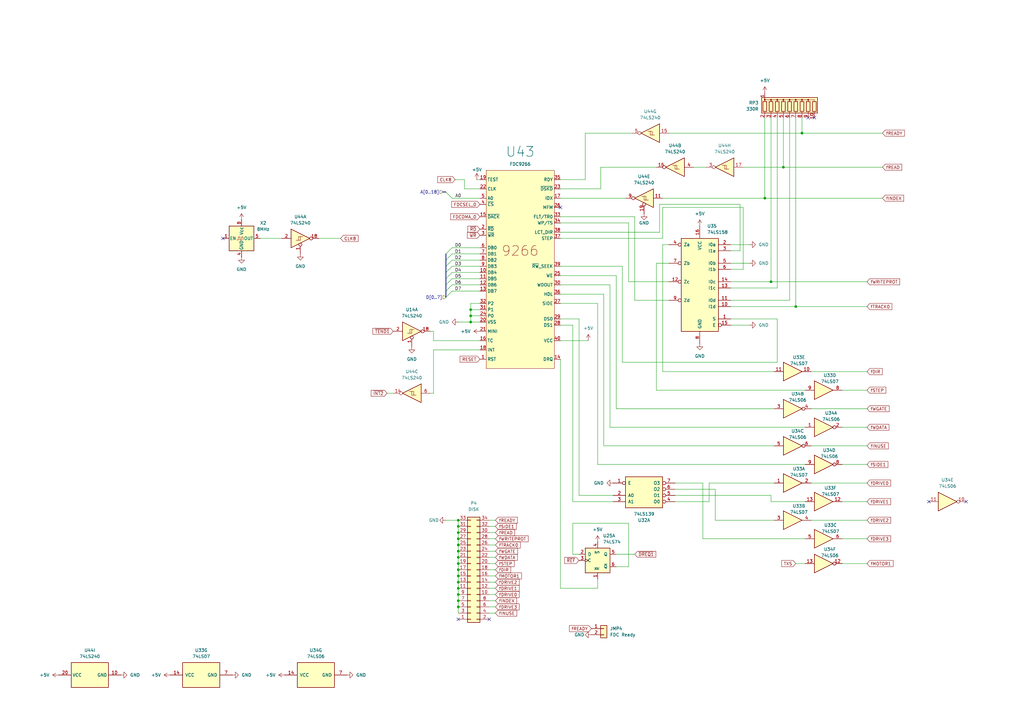
<source format=kicad_sch>
(kicad_sch (version 20231120) (generator "eeschema") (generator_version "8.0")
  (paper "A3")
  (lib_symbols
    (symbol "74xx:74LS06" (pin_names (offset 1.016))
      (property "Reference" "U" (at 0 1.27 0))
      (property "Value" "74LS06" (at 0 -1.27 0))
      (symbol "74LS06_1_0"
        (pin input line (at -7.62 0 0) (length 3.81) (name "~") (number "1"))
        (pin open_collector inverted (at 7.62 0 180) (length 3.81) (name "~") (number "2"))
      )
      (symbol "74LS06_2_0"
        (pin input line (at -7.62 0 0) (length 3.81) (name "~") (number "3"))
        (pin open_collector inverted (at 7.62 0 180) (length 3.81) (name "~") (number "4"))
      )
      (symbol "74LS06_3_0"
        (pin input line (at -7.62 0 0) (length 3.81) (name "~") (number "5"))
        (pin open_collector inverted (at 7.62 0 180) (length 3.81) (name "~") (number "6"))
      )
      (symbol "74LS06_4_0"
        (pin open_collector inverted (at 7.62 0 180) (length 3.81) (name "~") (number "8"))
        (pin input line (at -7.62 0 0) (length 3.81) (name "~") (number "9"))
      )
      (symbol "74LS06_5_0"
        (pin open_collector inverted (at 7.62 0 180) (length 3.81) (name "~") (number "10"))
        (pin input line (at -7.62 0 0) (length 3.81) (name "~") (number "11"))
      )
      (symbol "74LS06_6_0"
        (pin open_collector inverted (at 7.62 0 180) (length 3.81) (name "~") (number "12"))
        (pin input line (at -7.62 0 0) (length 3.81) (name "~") (number "13"))
      )
      (symbol "74LS06_7_0"
        (pin power_in line (at 0 12.7 270) (length 5.08) (name "VCC") (number "14"))
        (pin power_in line (at 0 -12.7 90) (length 5.08) (name "GND") (number "7"))
      )
    )
    (symbol "74xx:74LS07" (pin_names (offset 1.016))
      (property "Reference" "U" (at 0 1.27 0))
      (property "Value" "74LS07" (at 0 -1.27 0))
      (symbol "74LS07_1_0"
        (pin input line (at -7.62 0 0) (length 3.81) (name "~") (number "1"))
        (pin open_collector line (at 7.62 0 180) (length 3.81) (name "~") (number "2"))
      )
      (symbol "74LS07_2_0"
        (pin input line (at -7.62 0 0) (length 3.81) (name "~") (number "3"))
        (pin open_collector line (at 7.62 0 180) (length 3.81) (name "~") (number "4"))
      )
      (symbol "74LS07_3_0"
        (pin input line (at -7.62 0 0) (length 3.81) (name "~") (number "5"))
        (pin open_collector line (at 7.62 0 180) (length 3.81) (name "~") (number "6"))
      )
      (symbol "74LS07_4_0"
        (pin open_collector line (at 7.62 0 180) (length 3.81) (name "~") (number "8"))
        (pin input line (at -7.62 0 0) (length 3.81) (name "~") (number "9"))
      )
      (symbol "74LS07_5_0"
        (pin open_collector line (at 7.62 0 180) (length 3.81) (name "~") (number "10"))
        (pin input line (at -7.62 0 0) (length 3.81) (name "~") (number "11"))
      )
      (symbol "74LS07_6_0"
        (pin open_collector line (at 7.62 0 180) (length 3.81) (name "~") (number "12"))
        (pin input line (at -7.62 0 0) (length 3.81) (name "~") (number "13"))
      )
      (symbol "74LS07_7_0"
        (pin power_in line (at 0 12.7 270) (length 5.08) (name "VCC") (number "14"))
        (pin power_in line (at 0 -12.7 90) (length 5.08) (name "GND") (number "7"))
      )
    )
    (symbol "74xx:74LS139" (pin_names (offset 1.016))
      (property "Reference" "U" (at -7.62 8.89 0))
      (property "Value" "74LS139" (at -7.62 -8.89 0))
      (symbol "74LS139_1_0"
        (pin input inverted (at -12.7 -5.08 0) (length 5.08) (name "E") (number "1"))
        (pin input line (at -12.7 0 0) (length 5.08) (name "A0") (number "2"))
        (pin input line (at -12.7 2.54 0) (length 5.08) (name "A1") (number "3"))
        (pin output inverted (at 12.7 2.54 180) (length 5.08) (name "O0") (number "4"))
        (pin output inverted (at 12.7 0 180) (length 5.08) (name "O1") (number "5"))
        (pin output inverted (at 12.7 -2.54 180) (length 5.08) (name "O2") (number "6"))
        (pin output inverted (at 12.7 -5.08 180) (length 5.08) (name "O3") (number "7"))
      )
      (symbol "74LS139_2_0"
        (pin output inverted (at 12.7 -2.54 180) (length 5.08) (name "O2") (number "10"))
        (pin output inverted (at 12.7 0 180) (length 5.08) (name "O1") (number "11"))
        (pin output inverted (at 12.7 2.54 180) (length 5.08) (name "O0") (number "12"))
        (pin input line (at -12.7 2.54 0) (length 5.08) (name "A1") (number "13"))
        (pin input line (at -12.7 0 0) (length 5.08) (name "A0") (number "14"))
        (pin input inverted (at -12.7 -5.08 0) (length 5.08) (name "E") (number "15"))
        (pin output inverted (at 12.7 -5.08 180) (length 5.08) (name "O3") (number "9"))
      )
      (symbol "74LS139_3_0"
        (pin power_in line (at 0 12.7 270) (length 5.08) (name "VCC") (number "16"))
        (pin power_in line (at 0 -12.7 90) (length 5.08) (name "GND") (number "8"))
      )
    )
    (symbol "74xx:74LS158" (pin_names (offset 1.016))
      (property "Reference" "U" (at -7.62 19.05 0))
      (property "Value" "74LS158" (at -7.62 -21.59 0))
      (symbol "74LS158_1_0"
        (pin input line (at -12.7 -15.24 0) (length 5.08) (name "S") (number "1"))
        (pin input line (at -12.7 -10.16 0) (length 5.08) (name "I1d") (number "10"))
        (pin input line (at -12.7 -7.62 0) (length 5.08) (name "I0d") (number "11"))
        (pin output inverted (at 12.7 0 180) (length 5.08) (name "Zc") (number "12"))
        (pin input line (at -12.7 -2.54 0) (length 5.08) (name "I1c") (number "13"))
        (pin input line (at -12.7 0 0) (length 5.08) (name "I0c") (number "14"))
        (pin input inverted (at -12.7 -17.78 0) (length 5.08) (name "E") (number "15"))
        (pin power_in line (at 0 22.86 270) (length 5.08) (name "VCC") (number "16"))
        (pin input line (at -12.7 15.24 0) (length 5.08) (name "I0a") (number "2"))
        (pin input line (at -12.7 12.7 0) (length 5.08) (name "I1a") (number "3"))
        (pin output inverted (at 12.7 15.24 180) (length 5.08) (name "Za") (number "4"))
        (pin input line (at -12.7 7.62 0) (length 5.08) (name "I0b") (number "5"))
        (pin input line (at -12.7 5.08 0) (length 5.08) (name "I1b") (number "6"))
        (pin output inverted (at 12.7 7.62 180) (length 5.08) (name "Zb") (number "7"))
        (pin power_in line (at 0 -25.4 90) (length 5.08) (name "GND") (number "8"))
        (pin output inverted (at 12.7 -7.62 180) (length 5.08) (name "Zd") (number "9"))
      )
    )
    (symbol "74xx:74LS240_Split"
      (property "Reference" "U" (at 0 1.27 0))
      (property "Value" "74LS240_Split" (at 0 -1.27 0))
      (symbol "74LS240_Split_1_0"
        (pin input inverted (at 0 -6.35 90) (length 4.445) (name "~") (number "1"))
        (pin tri_state inverted (at 7.62 0 180) (length 3.81) (name "~") (number "18"))
        (pin input line (at -7.62 0 0) (length 3.81) (name "~") (number "2"))
      )
      (symbol "74LS240_Split_2_0"
        (pin tri_state inverted (at 7.62 0 180) (length 3.81) (name "~") (number "16"))
        (pin input line (at -7.62 0 0) (length 3.81) (name "~") (number "4"))
      )
      (symbol "74LS240_Split_3_0"
        (pin tri_state inverted (at 7.62 0 180) (length 3.81) (name "~") (number "14"))
        (pin input line (at -7.62 0 0) (length 3.81) (name "~") (number "6"))
      )
      (symbol "74LS240_Split_4_0"
        (pin tri_state inverted (at 7.62 0 180) (length 3.81) (name "~") (number "12"))
        (pin input line (at -7.62 0 0) (length 3.81) (name "~") (number "8"))
      )
      (symbol "74LS240_Split_5_0"
        (pin input line (at -7.62 0 0) (length 3.81) (name "~") (number "11"))
        (pin input inverted (at 0 -6.35 90) (length 4.445) (name "~") (number "19"))
        (pin tri_state inverted (at 7.62 0 180) (length 3.81) (name "~") (number "9"))
      )
      (symbol "74LS240_Split_6_0"
        (pin input line (at -7.62 0 0) (length 3.81) (name "~") (number "13"))
        (pin tri_state inverted (at 7.62 0 180) (length 3.81) (name "~") (number "7"))
      )
      (symbol "74LS240_Split_7_0"
        (pin input line (at -7.62 0 0) (length 3.81) (name "~") (number "15"))
        (pin tri_state inverted (at 7.62 0 180) (length 3.81) (name "~") (number "5"))
      )
      (symbol "74LS240_Split_8_0"
        (pin input line (at -7.62 0 0) (length 3.81) (name "~") (number "17"))
        (pin tri_state inverted (at 7.62 0 180) (length 3.81) (name "~") (number "3"))
      )
      (symbol "74LS240_Split_9_0"
        (pin power_in line (at 0 -12.7 90) (length 5.08) (name "GND") (number "10"))
        (pin power_in line (at 0 12.7 270) (length 5.08) (name "VCC") (number "20"))
      )
    )
    (symbol "74xx:74LS74" (pin_names (offset 1.016))
      (property "Reference" "U" (at -7.62 8.89 0))
      (property "Value" "74LS74" (at -7.62 -8.89 0))
      (symbol "74LS74_1_0"
        (pin input line (at 0 -7.62 90) (length 2.54) (name "~{R}") (number "1"))
        (pin input line (at -7.62 2.54 0) (length 2.54) (name "D") (number "2"))
        (pin input clock (at -7.62 0 0) (length 2.54) (name "C") (number "3"))
        (pin input line (at 0 7.62 270) (length 2.54) (name "~{S}") (number "4"))
        (pin output line (at 7.62 2.54 180) (length 2.54) (name "Q") (number "5"))
        (pin output line (at 7.62 -2.54 180) (length 2.54) (name "~{Q}") (number "6"))
      )
      (symbol "74LS74_2_0"
        (pin input line (at 0 7.62 270) (length 2.54) (name "~{S}") (number "10"))
        (pin input clock (at -7.62 0 0) (length 2.54) (name "C") (number "11"))
        (pin input line (at -7.62 2.54 0) (length 2.54) (name "D") (number "12"))
        (pin input line (at 0 -7.62 90) (length 2.54) (name "~{R}") (number "13"))
        (pin output line (at 7.62 -2.54 180) (length 2.54) (name "~{Q}") (number "8"))
        (pin output line (at 7.62 2.54 180) (length 2.54) (name "Q") (number "9"))
      )
      (symbol "74LS74_3_0"
        (pin power_in line (at 0 10.16 270) (length 2.54) (name "VCC") (number "14"))
        (pin power_in line (at 0 -10.16 90) (length 2.54) (name "GND") (number "7"))
      )
    )
    (symbol "Connector_Generic:Conn_01x02" (pin_names (offset 1.016) hide)
      (property "Reference" "J" (at 0 2.54 0))
      (property "Value" "Conn_01x02" (at 0 -5.08 0))
      (symbol "Conn_01x02_1_1"
        (pin passive line (at -5.08 0 0) (length 3.81) (name "Pin_1") (number "1"))
        (pin passive line (at -5.08 -2.54 0) (length 3.81) (name "Pin_2") (number "2"))
      )
    )
    (symbol "Connector_Generic:Conn_02x17_Odd_Even" (pin_names (offset 1.016) hide)
      (property "Reference" "J" (at 1.27 22.86 0))
      (property "Value" "Conn_02x17_Odd_Even" (at 1.27 -22.86 0))
      (symbol "Conn_02x17_Odd_Even_1_1"
        (pin passive line (at -5.08 20.32 0) (length 3.81) (name "Pin_1") (number "1"))
        (pin passive line (at 7.62 10.16 180) (length 3.81) (name "Pin_10") (number "10"))
        (pin passive line (at -5.08 7.62 0) (length 3.81) (name "Pin_11") (number "11"))
        (pin passive line (at 7.62 7.62 180) (length 3.81) (name "Pin_12") (number "12"))
        (pin passive line (at -5.08 5.08 0) (length 3.81) (name "Pin_13") (number "13"))
        (pin passive line (at 7.62 5.08 180) (length 3.81) (name "Pin_14") (number "14"))
        (pin passive line (at -5.08 2.54 0) (length 3.81) (name "Pin_15") (number "15"))
        (pin passive line (at 7.62 2.54 180) (length 3.81) (name "Pin_16") (number "16"))
        (pin passive line (at -5.08 0 0) (length 3.81) (name "Pin_17") (number "17"))
        (pin passive line (at 7.62 0 180) (length 3.81) (name "Pin_18") (number "18"))
        (pin passive line (at -5.08 -2.54 0) (length 3.81) (name "Pin_19") (number "19"))
        (pin passive line (at 7.62 20.32 180) (length 3.81) (name "Pin_2") (number "2"))
        (pin passive line (at 7.62 -2.54 180) (length 3.81) (name "Pin_20") (number "20"))
        (pin passive line (at -5.08 -5.08 0) (length 3.81) (name "Pin_21") (number "21"))
        (pin passive line (at 7.62 -5.08 180) (length 3.81) (name "Pin_22") (number "22"))
        (pin passive line (at -5.08 -7.62 0) (length 3.81) (name "Pin_23") (number "23"))
        (pin passive line (at 7.62 -7.62 180) (length 3.81) (name "Pin_24") (number "24"))
        (pin passive line (at -5.08 -10.16 0) (length 3.81) (name "Pin_25") (number "25"))
        (pin passive line (at 7.62 -10.16 180) (length 3.81) (name "Pin_26") (number "26"))
        (pin passive line (at -5.08 -12.7 0) (length 3.81) (name "Pin_27") (number "27"))
        (pin passive line (at 7.62 -12.7 180) (length 3.81) (name "Pin_28") (number "28"))
        (pin passive line (at -5.08 -15.24 0) (length 3.81) (name "Pin_29") (number "29"))
        (pin passive line (at -5.08 17.78 0) (length 3.81) (name "Pin_3") (number "3"))
        (pin passive line (at 7.62 -15.24 180) (length 3.81) (name "Pin_30") (number "30"))
        (pin passive line (at -5.08 -17.78 0) (length 3.81) (name "Pin_31") (number "31"))
        (pin passive line (at 7.62 -17.78 180) (length 3.81) (name "Pin_32") (number "32"))
        (pin passive line (at -5.08 -20.32 0) (length 3.81) (name "Pin_33") (number "33"))
        (pin passive line (at 7.62 -20.32 180) (length 3.81) (name "Pin_34") (number "34"))
        (pin passive line (at 7.62 17.78 180) (length 3.81) (name "Pin_4") (number "4"))
        (pin passive line (at -5.08 15.24 0) (length 3.81) (name "Pin_5") (number "5"))
        (pin passive line (at 7.62 15.24 180) (length 3.81) (name "Pin_6") (number "6"))
        (pin passive line (at -5.08 12.7 0) (length 3.81) (name "Pin_7") (number "7"))
        (pin passive line (at 7.62 12.7 180) (length 3.81) (name "Pin_8") (number "8"))
        (pin passive line (at -5.08 10.16 0) (length 3.81) (name "Pin_9") (number "9"))
      )
    )
    (symbol "Device:R_Network09" (pin_names (offset 0) hide)
      (property "Reference" "RN" (at -12.7 0 90))
      (property "Value" "R_Network09" (at 12.7 0 90))
      (symbol "R_Network09_1_1"
        (pin passive line (at -10.16 5.08 270) (length 2.54) (name "common") (number "1"))
        (pin passive line (at 10.16 -5.08 90) (length 1.27) (name "R9") (number "10"))
        (pin passive line (at -10.16 -5.08 90) (length 1.27) (name "R1") (number "2"))
        (pin passive line (at -7.62 -5.08 90) (length 1.27) (name "R2") (number "3"))
        (pin passive line (at -5.08 -5.08 90) (length 1.27) (name "R3") (number "4"))
        (pin passive line (at -2.54 -5.08 90) (length 1.27) (name "R4") (number "5"))
        (pin passive line (at 0 -5.08 90) (length 1.27) (name "R5") (number "6"))
        (pin passive line (at 2.54 -5.08 90) (length 1.27) (name "R6") (number "7"))
        (pin passive line (at 5.08 -5.08 90) (length 1.27) (name "R7") (number "8"))
        (pin passive line (at 7.62 -5.08 90) (length 1.27) (name "R8") (number "9"))
      )
    )
    (symbol "Oscillator:CXO_DIP8" (pin_names (offset 0.254))
      (property "Reference" "X" (at -5.08 6.35 0))
      (property "Value" "CXO_DIP8" (at 1.27 -6.35 0))
      (symbol "CXO_DIP8_1_1"
        (pin input line (at -7.62 0 0) (length 2.54) (name "EN") (number "1"))
        (pin power_in line (at 0 -7.62 90) (length 2.54) (name "GND") (number "4"))
        (pin output line (at 7.62 0 180) (length 2.54) (name "OUT") (number "5"))
        (pin power_in line (at 0 7.62 270) (length 2.54) (name "Vcc") (number "8"))
      )
    )
    (symbol "TIM011:FDC9266"
      (property "Reference" "U" (at 0 -10.16 0))
      (property "Value" "FDC9266" (at 9.144 40.64 0))
      (symbol "FDC9266_0_0"
        (pin input line (at -16.51 -38.1 0) (length 2.54) (name "RST") (number "1"))
        (pin bidirectional line (at -16.51 -2.54 0) (length 2.54) (name "DB4") (number "10"))
        (pin bidirectional line (at -16.51 -5.08 0) (length 2.54) (name "DB5") (number "11"))
        (pin bidirectional line (at -16.51 -7.62 0) (length 2.54) (name "DB6") (number "12"))
        (pin bidirectional line (at -16.51 -10.16 0) (length 2.54) (name "DB7") (number "13"))
        (pin output line (at 16.51 -38.1 180) (length 2.54) (name "DRQ") (number "14"))
        (pin input line (at -16.51 20.32 0) (length 2.54) (name "~{DACK}") (number "15"))
        (pin input line (at -16.51 -30.48 0) (length 2.54) (name "TC") (number "16"))
        (pin input line (at 16.51 27.94 180) (length 2.54) (name "IDX") (number "17"))
        (pin output line (at -16.51 -34.29 0) (length 2.54) (name "INT") (number "18"))
        (pin input line (at -16.51 35.56 0) (length 2.54) (name "TEST") (number "19"))
        (pin input line (at -16.51 15.24 0) (length 2.54) (name "~{RD}") (number "2"))
        (pin power_in line (at -16.51 -22.86 0) (length 2.54) (name "VSS") (number "20"))
        (pin input line (at -16.51 -26.67 0) (length 2.54) (name "MINI") (number "21"))
        (pin input line (at -16.51 31.75 0) (length 2.54) (name "CLK") (number "22"))
        (pin input line (at 16.51 31.75 180) (length 2.54) (name "~{DSKD}") (number "23"))
        (pin input line (at -16.51 -20.32 0) (length 2.54) (name "P0") (number "24"))
        (pin output line (at 16.51 -3.81 180) (length 2.54) (name "WE") (number "25"))
        (pin output line (at 16.51 24.13 180) (length 2.54) (name "MFM") (number "26"))
        (pin input line (at -16.51 12.7 0) (length 2.54) (name "~{WR}") (number "3"))
        (pin output line (at 16.51 -7.62 180) (length 2.54) (name "WDOUT") (number "30"))
        (pin input line (at -16.51 -17.78 0) (length 2.54) (name "P1") (number "31"))
        (pin input line (at -16.51 -15.24 0) (length 2.54) (name "P2") (number "32"))
        (pin input line (at 16.51 20.32 180) (length 2.54) (name "FLT/TR0") (number "33"))
        (pin input line (at 16.51 17.78 180) (length 2.54) (name "WP/TS") (number "34"))
        (pin input line (at 16.51 35.56 180) (length 2.54) (name "RDY") (number "35"))
        (pin output line (at 16.51 -11.43 180) (length 2.54) (name "HDL") (number "36"))
        (pin output line (at 16.51 13.97 180) (length 2.54) (name "LCT_DIR") (number "38"))
        (pin output line (at 16.51 0 180) (length 2.54) (name "~{RW}_SEEK") (number "39"))
        (pin input line (at -16.51 25.4 0) (length 2.54) (name "~{CS}") (number "4"))
        (pin power_in line (at 16.51 -30.48 180) (length 2.54) (name "VCC") (number "40"))
        (pin input line (at -16.51 27.94 0) (length 2.54) (name "A0") (number "5"))
        (pin bidirectional line (at -16.51 7.62 0) (length 2.54) (name "DB0") (number "6"))
        (pin bidirectional line (at -16.51 5.08 0) (length 2.54) (name "DB1") (number "7"))
        (pin bidirectional line (at -16.51 2.54 0) (length 2.54) (name "DB2") (number "8"))
        (pin bidirectional line (at -16.51 0 0) (length 2.54) (name "DB3") (number "9"))
      )
      (symbol "FDC9266_1_0"
        (pin output line (at 16.51 -15.24 180) (length 2.54) (name "SIDE") (number "27"))
        (pin output line (at 16.51 -24.13 180) (length 2.54) (name "DS1") (number "28"))
        (pin output line (at 16.51 -21.59 180) (length 2.54) (name "DS0") (number "29"))
        (pin output line (at 16.51 11.43 180) (length 2.54) (name "STEP") (number "37"))
      )
      (symbol "FDC9266_1_1"
        (text "9266\n" (at 0 6.35 0) (effects (font (size 4 4))))
      )
    )
    (symbol "power:+5V" (power) (pin_numbers hide) (pin_names (offset 0) hide)
      (property "Value" "+5V" (at 0 3.556 0))
      (symbol "+5V_1_1"
        (pin power_in line (at 0 0 90) (length 0) (name "~") (number "1"))
      )
    )
    (symbol "power:GND" (power) (pin_numbers hide) (pin_names (offset 0) hide)
      (property "Value" "GND" (at 0 -3.81 0))
      (symbol "GND_1_1"
        (pin power_in line (at 0 0 270) (length 0) (name "~") (number "1"))
      )
    )
  )
  (junction (at 187.96 248.92))
  (junction (at 187.96 218.44))
  (junction (at 187.96 220.98))
  (junction (at 187.96 228.6))
  (junction (at 187.96 243.84))
  (junction (at 313.69 81.28))
  (junction (at 187.96 236.22))
  (junction (at 187.96 233.68))
  (junction (at 187.96 213.36))
  (junction (at 187.96 238.76))
  (junction (at 321.31 68.58))
  (junction (at 193.04 129.54))
  (junction (at 316.23 115.57))
  (junction (at 187.96 241.3))
  (junction (at 187.96 246.38))
  (junction (at 326.39 125.73))
  (junction (at 187.96 215.9))
  (junction (at 187.96 223.52))
  (junction (at 193.04 127))
  (junction (at 187.96 231.14))
  (junction (at 187.96 226.06))
  (junction (at 328.93 54.61))
  (junction (at 193.04 132.08))
  (no_connect (at 187.96 254))
  (no_connect (at 381 205.74))
  (no_connect (at 91.44 97.79))
  (no_connect (at 229.87 85.09))
  (no_connect (at 396.24 205.74))
  (no_connect (at 200.66 254))
  (no_connect (at 331.47 48.26))
  (no_connect (at 334.01 48.26))
  (bus_entry (at 185.42 111.76) (size -2.54 2.54))
  (bus_entry (at 185.42 101.6) (size -2.54 2.54))
  (bus_entry (at 185.42 109.22) (size -2.54 2.54))
  (bus_entry (at 185.42 104.14) (size -2.54 2.54))
  (bus_entry (at 185.42 106.68) (size -2.54 2.54))
  (bus_entry (at 182.88 78.74) (size 2.54 2.54))
  (bus_entry (at 185.42 119.38) (size -2.54 2.54))
  (bus_entry (at 185.42 114.3) (size -2.54 2.54))
  (bus_entry (at 185.42 116.84) (size -2.54 2.54))
  (wire (pts (xy 193.04 127) (xy 196.85 127)))
  (wire (pts (xy 318.77 130.81) (xy 299.72 130.81)))
  (wire (pts (xy 187.96 132.08) (xy 193.04 132.08)))
  (bus (pts (xy 181.61 78.74) (xy 182.88 78.74)))
  (bus (pts (xy 182.88 116.84) (xy 182.88 114.3)))
  (wire (pts (xy 246.38 68.58) (xy 269.24 68.58)))
  (wire (pts (xy 203.2 248.92) (xy 200.66 248.92)))
  (wire (pts (xy 355.6 152.4) (xy 332.74 152.4)))
  (wire (pts (xy 304.8 110.49) (xy 299.72 110.49)))
  (wire (pts (xy 247.65 120.65) (xy 247.65 182.88)))
  (wire (pts (xy 229.87 95.25) (xy 270.51 95.25)))
  (wire (pts (xy 203.2 238.76) (xy 200.66 238.76)))
  (wire (pts (xy 193.04 124.46) (xy 193.04 127)))
  (wire (pts (xy 203.2 236.22) (xy 200.66 236.22)))
  (wire (pts (xy 257.81 214.63) (xy 234.95 214.63)))
  (wire (pts (xy 255.27 148.59) (xy 318.77 148.59)))
  (wire (pts (xy 252.73 232.41) (xy 257.81 232.41)))
  (wire (pts (xy 271.78 97.79) (xy 271.78 85.09)))
  (wire (pts (xy 196.85 109.22) (xy 185.42 109.22)))
  (wire (pts (xy 299.72 118.11) (xy 318.77 118.11)))
  (wire (pts (xy 257.81 115.57) (xy 274.32 115.57)))
  (wire (pts (xy 196.85 104.14) (xy 185.42 104.14)))
  (wire (pts (xy 271.78 85.09) (xy 304.8 85.09)))
  (wire (pts (xy 203.2 220.98) (xy 200.66 220.98)))
  (wire (pts (xy 234.95 227.33) (xy 237.49 227.33)))
  (wire (pts (xy 187.96 233.68) (xy 187.96 231.14)))
  (wire (pts (xy 240.03 73.66) (xy 229.87 73.66)))
  (wire (pts (xy 290.83 205.74) (xy 290.83 198.12)))
  (wire (pts (xy 237.49 130.81) (xy 237.49 203.2)))
  (wire (pts (xy 250.19 116.84) (xy 250.19 175.26)))
  (wire (pts (xy 307.34 107.95) (xy 299.72 107.95)))
  (wire (pts (xy 259.08 54.61) (xy 240.03 54.61)))
  (wire (pts (xy 177.8 143.51) (xy 196.85 143.51)))
  (wire (pts (xy 203.2 213.36) (xy 200.66 213.36)))
  (wire (pts (xy 269.24 107.95) (xy 269.24 160.02)))
  (wire (pts (xy 229.87 130.81) (xy 237.49 130.81)))
  (wire (pts (xy 355.6 175.26) (xy 345.44 175.26)))
  (wire (pts (xy 246.38 77.47) (xy 229.87 77.47)))
  (wire (pts (xy 274.32 54.61) (xy 328.93 54.61)))
  (wire (pts (xy 245.11 241.3) (xy 245.11 237.49)))
  (wire (pts (xy 203.2 231.14) (xy 200.66 231.14)))
  (wire (pts (xy 316.23 205.74) (xy 330.2 205.74)))
  (wire (pts (xy 196.85 119.38) (xy 185.42 119.38)))
  (wire (pts (xy 203.2 243.84) (xy 200.66 243.84)))
  (bus (pts (xy 182.88 121.92) (xy 182.88 119.38)))
  (wire (pts (xy 290.83 198.12) (xy 317.5 198.12)))
  (wire (pts (xy 158.75 161.29) (xy 161.29 161.29)))
  (wire (pts (xy 299.72 115.57) (xy 316.23 115.57)))
  (wire (pts (xy 355.6 190.5) (xy 345.44 190.5)))
  (wire (pts (xy 229.87 116.84) (xy 250.19 116.84)))
  (wire (pts (xy 316.23 115.57) (xy 355.6 115.57)))
  (wire (pts (xy 190.5 77.47) (xy 196.85 77.47)))
  (wire (pts (xy 193.04 129.54) (xy 196.85 129.54)))
  (wire (pts (xy 299.72 125.73) (xy 326.39 125.73)))
  (wire (pts (xy 229.87 133.35) (xy 234.95 133.35)))
  (wire (pts (xy 276.86 200.66) (xy 293.37 200.66)))
  (wire (pts (xy 304.8 85.09) (xy 304.8 110.49)))
  (wire (pts (xy 196.85 114.3) (xy 185.42 114.3)))
  (wire (pts (xy 176.53 161.29) (xy 177.8 161.29)))
  (wire (pts (xy 229.87 124.46) (xy 245.11 124.46)))
  (wire (pts (xy 274.32 100.33) (xy 271.78 100.33)))
  (wire (pts (xy 196.85 101.6) (xy 185.42 101.6)))
  (wire (pts (xy 316.23 48.26) (xy 316.23 115.57)))
  (wire (pts (xy 195.58 73.66) (xy 196.85 73.66)))
  (wire (pts (xy 260.35 88.9) (xy 260.35 123.19)))
  (wire (pts (xy 234.95 214.63) (xy 234.95 227.33)))
  (wire (pts (xy 245.11 190.5) (xy 330.2 190.5)))
  (wire (pts (xy 247.65 182.88) (xy 317.5 182.88)))
  (wire (pts (xy 177.8 139.7) (xy 196.85 139.7)))
  (wire (pts (xy 250.19 175.26) (xy 330.2 175.26)))
  (wire (pts (xy 203.2 246.38) (xy 200.66 246.38)))
  (wire (pts (xy 299.72 123.19) (xy 323.85 123.19)))
  (wire (pts (xy 203.2 218.44) (xy 200.66 218.44)))
  (wire (pts (xy 229.87 91.44) (xy 257.81 91.44)))
  (wire (pts (xy 313.69 81.28) (xy 361.95 81.28)))
  (wire (pts (xy 187.96 241.3) (xy 187.96 238.76)))
  (wire (pts (xy 307.34 100.33) (xy 299.72 100.33)))
  (wire (pts (xy 203.2 241.3) (xy 200.66 241.3)))
  (wire (pts (xy 252.73 167.64) (xy 317.5 167.64)))
  (wire (pts (xy 355.6 213.36) (xy 332.74 213.36)))
  (wire (pts (xy 355.6 182.88) (xy 332.74 182.88)))
  (wire (pts (xy 318.77 118.11) (xy 318.77 48.26)))
  (wire (pts (xy 271.78 152.4) (xy 317.5 152.4)))
  (wire (pts (xy 271.78 100.33) (xy 271.78 152.4)))
  (wire (pts (xy 176.53 135.89) (xy 177.8 135.89)))
  (wire (pts (xy 187.96 243.84) (xy 187.96 241.3)))
  (wire (pts (xy 289.56 68.58) (xy 284.48 68.58)))
  (wire (pts (xy 313.69 81.28) (xy 313.69 48.26)))
  (wire (pts (xy 328.93 54.61) (xy 328.93 48.26)))
  (wire (pts (xy 269.24 160.02) (xy 330.2 160.02)))
  (wire (pts (xy 187.96 231.14) (xy 187.96 228.6)))
  (wire (pts (xy 316.23 203.2) (xy 316.23 205.74)))
  (wire (pts (xy 318.77 148.59) (xy 318.77 130.81)))
  (wire (pts (xy 252.73 113.03) (xy 252.73 167.64)))
  (wire (pts (xy 229.87 97.79) (xy 271.78 97.79)))
  (wire (pts (xy 326.39 48.26) (xy 326.39 125.73)))
  (bus (pts (xy 182.88 106.68) (xy 182.88 104.14)))
  (wire (pts (xy 203.2 215.9) (xy 200.66 215.9)))
  (bus (pts (xy 182.88 109.22) (xy 182.88 106.68)))
  (wire (pts (xy 196.85 111.76) (xy 185.42 111.76)))
  (bus (pts (xy 182.88 111.76) (xy 182.88 109.22)))
  (wire (pts (xy 185.42 81.28) (xy 196.85 81.28)))
  (wire (pts (xy 187.96 236.22) (xy 187.96 233.68)))
  (wire (pts (xy 288.29 198.12) (xy 288.29 220.98)))
  (wire (pts (xy 276.86 205.74) (xy 290.83 205.74)))
  (wire (pts (xy 187.96 226.06) (xy 187.96 223.52)))
  (wire (pts (xy 196.85 124.46) (xy 193.04 124.46)))
  (wire (pts (xy 229.87 241.3) (xy 245.11 241.3)))
  (wire (pts (xy 303.53 83.82) (xy 303.53 102.87)))
  (wire (pts (xy 321.31 68.58) (xy 321.31 48.26)))
  (wire (pts (xy 187.96 220.98) (xy 187.96 218.44)))
  (wire (pts (xy 187.96 246.38) (xy 187.96 243.84)))
  (wire (pts (xy 260.35 227.33) (xy 252.73 227.33)))
  (wire (pts (xy 203.2 226.06) (xy 200.66 226.06)))
  (wire (pts (xy 246.38 68.58) (xy 246.38 77.47)))
  (wire (pts (xy 229.87 109.22) (xy 255.27 109.22)))
  (wire (pts (xy 139.7 97.79) (xy 130.81 97.79)))
  (wire (pts (xy 196.85 106.68) (xy 185.42 106.68)))
  (wire (pts (xy 355.6 205.74) (xy 345.44 205.74)))
  (wire (pts (xy 271.78 81.28) (xy 313.69 81.28)))
  (wire (pts (xy 303.53 102.87) (xy 299.72 102.87)))
  (wire (pts (xy 196.85 116.84) (xy 185.42 116.84)))
  (wire (pts (xy 229.87 113.03) (xy 252.73 113.03)))
  (wire (pts (xy 241.3 139.7) (xy 229.87 139.7)))
  (wire (pts (xy 187.96 238.76) (xy 187.96 236.22)))
  (wire (pts (xy 234.95 133.35) (xy 234.95 205.74)))
  (wire (pts (xy 190.5 73.66) (xy 186.69 73.66)))
  (wire (pts (xy 187.96 218.44) (xy 187.96 215.9)))
  (wire (pts (xy 355.6 231.14) (xy 345.44 231.14)))
  (wire (pts (xy 293.37 213.36) (xy 317.5 213.36)))
  (wire (pts (xy 187.96 215.9) (xy 187.96 213.36)))
  (wire (pts (xy 276.86 198.12) (xy 288.29 198.12)))
  (wire (pts (xy 193.04 129.54) (xy 193.04 132.08)))
  (wire (pts (xy 229.87 88.9) (xy 260.35 88.9)))
  (wire (pts (xy 270.51 95.25) (xy 270.51 83.82)))
  (wire (pts (xy 193.04 132.08) (xy 196.85 132.08)))
  (wire (pts (xy 307.34 133.35) (xy 299.72 133.35)))
  (wire (pts (xy 203.2 251.46) (xy 200.66 251.46)))
  (wire (pts (xy 187.96 228.6) (xy 187.96 226.06)))
  (wire (pts (xy 326.39 231.14) (xy 330.2 231.14)))
  (wire (pts (xy 288.29 220.98) (xy 330.2 220.98)))
  (wire (pts (xy 257.81 232.41) (xy 257.81 214.63)))
  (wire (pts (xy 187.96 213.36) (xy 182.88 213.36)))
  (wire (pts (xy 326.39 125.73) (xy 355.6 125.73)))
  (wire (pts (xy 274.32 107.95) (xy 269.24 107.95)))
  (wire (pts (xy 187.96 251.46) (xy 187.96 248.92)))
  (wire (pts (xy 203.2 223.52) (xy 200.66 223.52)))
  (wire (pts (xy 276.86 203.2) (xy 316.23 203.2)))
  (wire (pts (xy 106.68 97.79) (xy 115.57 97.79)))
  (wire (pts (xy 293.37 200.66) (xy 293.37 213.36)))
  (wire (pts (xy 203.2 228.6) (xy 200.66 228.6)))
  (wire (pts (xy 177.8 161.29) (xy 177.8 143.51)))
  (wire (pts (xy 177.8 135.89) (xy 177.8 139.7)))
  (wire (pts (xy 355.6 167.64) (xy 332.74 167.64)))
  (wire (pts (xy 355.6 160.02) (xy 345.44 160.02)))
  (wire (pts (xy 304.8 68.58) (xy 321.31 68.58)))
  (wire (pts (xy 187.96 223.52) (xy 187.96 220.98)))
  (wire (pts (xy 321.31 68.58) (xy 361.95 68.58)))
  (wire (pts (xy 229.87 120.65) (xy 247.65 120.65)))
  (wire (pts (xy 229.87 81.28) (xy 256.54 81.28)))
  (wire (pts (xy 257.81 91.44) (xy 257.81 115.57)))
  (bus (pts (xy 182.88 119.38) (xy 182.88 116.84)))
  (wire (pts (xy 187.96 248.92) (xy 187.96 246.38)))
  (wire (pts (xy 270.51 83.82) (xy 303.53 83.82)))
  (wire (pts (xy 245.11 124.46) (xy 245.11 190.5)))
  (wire (pts (xy 328.93 54.61) (xy 361.95 54.61)))
  (wire (pts (xy 234.95 205.74) (xy 251.46 205.74)))
  (wire (pts (xy 260.35 123.19) (xy 274.32 123.19)))
  (wire (pts (xy 203.2 233.68) (xy 200.66 233.68)))
  (wire (pts (xy 193.04 127) (xy 193.04 129.54)))
  (wire (pts (xy 255.27 109.22) (xy 255.27 148.59)))
  (wire (pts (xy 240.03 54.61) (xy 240.03 73.66)))
  (wire (pts (xy 190.5 73.66) (xy 190.5 77.47)))
  (wire (pts (xy 355.6 198.12) (xy 332.74 198.12)))
  (bus (pts (xy 182.88 114.3) (xy 182.88 111.76)))
  (wire (pts (xy 237.49 203.2) (xy 251.46 203.2)))
  (wire (pts (xy 323.85 123.19) (xy 323.85 48.26)))
  (wire (pts (xy 355.6 220.98) (xy 345.44 220.98)))
  (wire (pts (xy 229.87 147.32) (xy 229.87 241.3)))
  (label "D1" (at 189.23 104.14 180))
  (label "D4" (at 189.23 111.76 180))
  (label "A0" (at 186.69 81.28 0))
  (label "D2" (at 189.23 106.68 180))
  (label "D7" (at 189.23 119.38 180))
  (label "D3" (at 189.23 109.22 180))
  (label "D6" (at 189.23 116.84 180))
  (label "D0" (at 189.23 101.6 180))
  (label "D5" (at 189.23 114.3 180))
  (global_label "fREAD" (shape input) (at 361.95 68.58 0) (property "Intersheetrefs" "${INTERSHEET_REFS}" (effects (hide yes))))
  (global_label "fMOTOR1" (shape input) (at 203.2 236.22 0) (property "Intersheetrefs" "${INTERSHEET_REFS}" (effects (hide yes))))
  (global_label "fWDATA" (shape input) (at 355.6 175.26 0) (property "Intersheetrefs" "${INTERSHEET_REFS}" (effects (hide yes))))
  (global_label "fREADY" (shape input) (at 361.95 54.61 0) (property "Intersheetrefs" "${INTERSHEET_REFS}" (effects (hide yes))))
  (global_label "fWGATE" (shape input) (at 203.2 226.06 0) (property "Intersheetrefs" "${INTERSHEET_REFS}" (effects (hide yes))))
  (global_label "CLK8" (shape input) (at 139.7 97.79 0) (property "Intersheetrefs" "${INTERSHEET_REFS}" (effects (hide yes))))
  (global_label "fMOTOR1" (shape input) (at 355.6 231.14 0) (property "Intersheetrefs" "${INTERSHEET_REFS}" (effects (hide yes))))
  (global_label "fSIDE1" (shape input) (at 355.6 190.5 0) (property "Intersheetrefs" "${INTERSHEET_REFS}" (effects (hide yes))))
  (global_label "~{WR}" (shape input) (at 196.85 96.52 180) (property "Intersheetrefs" "${INTERSHEET_REFS}" (effects (hide yes))))
  (global_label "fTRACK0" (shape input) (at 203.2 223.52 0) (property "Intersheetrefs" "${INTERSHEET_REFS}" (effects (hide yes))))
  (global_label "~{REF}" (shape input) (at 237.49 229.87 180) (property "Intersheetrefs" "${INTERSHEET_REFS}" (effects (hide yes))))
  (global_label "fDRIVE3" (shape input) (at 203.2 248.92 0) (property "Intersheetrefs" "${INTERSHEET_REFS}" (effects (hide yes))))
  (global_label "FDCDMA_0" (shape input) (at 196.85 88.9 180) (property "Intersheetrefs" "${INTERSHEET_REFS}" (effects (hide yes))))
  (global_label "~{DREQ1}" (shape input) (at 260.35 227.33 0) (property "Intersheetrefs" "${INTERSHEET_REFS}" (effects (hide yes))))
  (global_label "fWRITEPROT" (shape input) (at 355.6 115.57 0) (property "Intersheetrefs" "${INTERSHEET_REFS}" (effects (hide yes))))
  (global_label "TXS" (shape input) (at 326.39 231.14 180) (property "Intersheetrefs" "${INTERSHEET_REFS}" (effects (hide yes))))
  (global_label "fDRIVE2" (shape input) (at 355.6 213.36 0) (property "Intersheetrefs" "${INTERSHEET_REFS}" (effects (hide yes))))
  (global_label "fWRITEPROT" (shape input) (at 203.2 220.98 0) (property "Intersheetrefs" "${INTERSHEET_REFS}" (effects (hide yes))))
  (global_label "fINUSE" (shape input) (at 355.6 182.88 0) (property "Intersheetrefs" "${INTERSHEET_REFS}" (effects (hide yes))))
  (global_label "RESET" (shape input) (at 196.85 147.32 180) (property "Intersheetrefs" "${INTERSHEET_REFS}" (effects (hide yes))))
  (global_label "fDIR" (shape input) (at 355.6 152.4 0) (property "Intersheetrefs" "${INTERSHEET_REFS}" (effects (hide yes))))
  (global_label "fSTEP" (shape input) (at 203.2 231.14 0) (property "Intersheetrefs" "${INTERSHEET_REFS}" (effects (hide yes))))
  (global_label "fDRIVE1" (shape input) (at 355.6 205.74 0) (property "Intersheetrefs" "${INTERSHEET_REFS}" (effects (hide yes))))
  (global_label "~{INT2}" (shape input) (at 158.75 161.29 180) (property "Intersheetrefs" "${INTERSHEET_REFS}" (effects (hide yes))))
  (global_label "fDRIVE3" (shape input) (at 355.6 220.98 0) (property "Intersheetrefs" "${INTERSHEET_REFS}" (effects (hide yes))))
  (global_label "fDRIVE1" (shape input) (at 203.2 241.3 0) (property "Intersheetrefs" "${INTERSHEET_REFS}" (effects (hide yes))))
  (global_label "fDRIVE0" (shape input) (at 203.2 243.84 0) (property "Intersheetrefs" "${INTERSHEET_REFS}" (effects (hide yes))))
  (global_label "fSIDE1" (shape input) (at 203.2 215.9 0) (property "Intersheetrefs" "${INTERSHEET_REFS}" (effects (hide yes))))
  (global_label "~{TEND1}" (shape input) (at 161.29 135.89 180) (property "Intersheetrefs" "${INTERSHEET_REFS}" (effects (hide yes))))
  (global_label "fINDEX" (shape input) (at 361.95 81.28 0) (property "Intersheetrefs" "${INTERSHEET_REFS}" (effects (hide yes))))
  (global_label "fDRIVE0" (shape input) (at 355.6 198.12 0) (property "Intersheetrefs" "${INTERSHEET_REFS}" (effects (hide yes))))
  (global_label "fDRIVE2" (shape input) (at 203.2 238.76 0) (property "Intersheetrefs" "${INTERSHEET_REFS}" (effects (hide yes))))
  (global_label "fTRACK0" (shape input) (at 355.6 125.73 0) (property "Intersheetrefs" "${INTERSHEET_REFS}" (effects (hide yes))))
  (global_label "~{RD}" (shape input) (at 196.85 93.98 180) (property "Intersheetrefs" "${INTERSHEET_REFS}" (effects (hide yes))))
  (global_label "fREAD" (shape input) (at 203.2 218.44 0) (property "Intersheetrefs" "${INTERSHEET_REFS}" (effects (hide yes))))
  (global_label "fINUSE" (shape input) (at 203.2 251.46 0) (property "Intersheetrefs" "${INTERSHEET_REFS}" (effects (hide yes))))
  (global_label "fREADY" (shape input) (at 203.2 213.36 0) (property "Intersheetrefs" "${INTERSHEET_REFS}" (effects (hide yes))))
  (global_label "fWGATE" (shape input) (at 355.6 167.64 0) (property "Intersheetrefs" "${INTERSHEET_REFS}" (effects (hide yes))))
  (global_label "fREADY" (shape input) (at 242.57 257.81 180) (property "Intersheetrefs" "${INTERSHEET_REFS}" (effects (hide yes))))
  (global_label "FDCSEL_0" (shape input) (at 196.85 83.82 180) (property "Intersheetrefs" "${INTERSHEET_REFS}" (effects (hide yes))))
  (global_label "CLK8" (shape input) (at 186.69 73.66 180) (property "Intersheetrefs" "${INTERSHEET_REFS}" (effects (hide yes))))
  (global_label "fWDATA" (shape input) (at 203.2 228.6 0) (property "Intersheetrefs" "${INTERSHEET_REFS}" (effects (hide yes))))
  (global_label "fINDEX" (shape input) (at 203.2 246.38 0) (property "Intersheetrefs" "${INTERSHEET_REFS}" (effects (hide yes))))
  (global_label "fSTEP" (shape input) (at 355.6 160.02 0) (property "Intersheetrefs" "${INTERSHEET_REFS}" (effects (hide yes))))
  (global_label "fDIR" (shape input) (at 203.2 233.68 0) (property "Intersheetrefs" "${INTERSHEET_REFS}" (effects (hide yes))))
  (hierarchical_label "D[0..7]" (shape input) (at 182.88 121.92 180))
  (hierarchical_label "A[0..18]" (shape input) (at 181.61 78.74 180))
  (symbol (lib_id "74xx:74LS240_Split") (at 36.83 276.86 90) (unit 9)
    (property "Reference" "U44" (at 36.83 266.7 90))
    (property "Value" "74LS240" (at 36.83 269.24 90))
    (property "Footprint" "011TIM:DIP-20_W7.62mm" (effects (hide yes)))
    (property "Datasheet" "http://www.ti.com/lit/ds/symlink/sn74ls240.pdf" (effects (hide yes)))
    (property "Description" "Octal Buffer and Line Driver With 3-State Output, active-low enables, inverting outputs, split symbol" (effects (hide yes)))
  )
  (symbol (lib_id "74xx:74LS240_Split") (at 276.86 68.58 0) (mirror y) (unit 2)
    (property "Reference" "U44" (at 276.86 59.69 0))
    (property "Value" "74LS240" (at 276.86 62.23 0))
    (property "Footprint" "011TIM:DIP-20_W7.62mm" (effects (hide yes)))
    (property "Datasheet" "http://www.ti.com/lit/ds/symlink/sn74ls240.pdf" (effects (hide yes)))
    (property "Description" "Octal Buffer and Line Driver With 3-State Output, active-low enables, inverting outputs, split symbol" (effects (hide yes)))
  )
  (symbol (lib_id "power:GND") (at 307.34 107.95 90) (unit 1)
    (property "Reference" "#PWR0139" (effects (hide yes)))
    (property "Value" "GND" (at 311.15 107.9499 90) (effects (justify right)))
    (property "Description" "Power symbol creates a global label with name \"GND\" , ground" (effects (hide yes)))
  )
  (symbol (lib_id "74xx:74LS07") (at 337.82 160.02 0) (unit 4)
    (property "Reference" "U33" (at 340.36 153.924 0))
    (property "Value" "74LS07" (at 340.36 156.464 0))
    (property "Footprint" "011TIM:DIP-14_W7.62mm" (effects (hide yes)))
    (property "Datasheet" "www.ti.com/lit/ds/symlink/sn74ls07.pdf" (effects (hide yes)))
    (property "Description" "Hex Buffers and Drivers With Open Collector High Voltage Outputs" (effects (hide yes)))
  )
  (symbol (lib_id "power:GND") (at 287.02 140.97 0) (unit 1)
    (property "Reference" "#PWR0137" (effects (hide yes)))
    (property "Value" "GND" (at 287.02 146.05 0))
    (property "Description" "Power symbol creates a global label with name \"GND\" , ground" (effects (hide yes)))
  )
  (symbol (lib_id "power:GND") (at 242.57 260.35 270) (unit 1)
    (property "Reference" "#PWR0192" (effects (hide yes)))
    (property "Value" "GND" (at 235.585 260.35 90) (effects (justify left)))
  )
  (symbol (lib_id "power:GND") (at 142.24 276.86 90) (unit 1)
    (property "Reference" "#PWR0143" (effects (hide yes)))
    (property "Value" "GND" (at 146.05 276.8599 90) (effects (justify right)))
    (property "Description" "Power symbol creates a global label with name \"GND\" , ground" (effects (hide yes)))
  )
  (symbol (lib_id "power:GND") (at 99.06 105.41 0) (unit 1)
    (property "Reference" "#PWR0215" (effects (hide yes)))
    (property "Value" "GND" (at 99.06 110.49 0))
    (property "Description" "Power symbol creates a global label with name \"GND\" , ground" (effects (hide yes)))
  )
  (symbol (lib_id "74xx:74LS06") (at 337.82 190.5 0) (unit 4)
    (property "Reference" "U34" (at 340.106 184.658 0))
    (property "Value" "74LS06" (at 340.106 187.198 0))
    (property "Footprint" "011TIM:DIP-14_W7.62mm" (effects (hide yes)))
    (property "Datasheet" "http://www.ti.com/lit/gpn/sn74LS06" (effects (hide yes)))
    (property "Description" "Inverter Open Collect" (effects (hide yes)))
  )
  (symbol (lib_id "74xx:74LS07") (at 325.12 198.12 0) (unit 1)
    (property "Reference" "U33" (at 327.66 192.278 0))
    (property "Value" "74LS07" (at 327.66 194.818 0))
    (property "Footprint" "011TIM:DIP-14_W7.62mm" (effects (hide yes)))
    (property "Datasheet" "www.ti.com/lit/ds/symlink/sn74ls07.pdf" (effects (hide yes)))
    (property "Description" "Hex Buffers and Drivers With Open Collector High Voltage Outputs" (effects (hide yes)))
  )
  (symbol (lib_id "74xx:74LS07") (at 337.82 205.74 0) (unit 6)
    (property "Reference" "U33" (at 340.614 200.152 0))
    (property "Value" "74LS07" (at 340.614 202.692 0))
    (property "Footprint" "011TIM:DIP-14_W7.62mm" (effects (hide yes)))
    (property "Datasheet" "www.ti.com/lit/ds/symlink/sn74ls07.pdf" (effects (hide yes)))
    (property "Description" "Hex Buffers and Drivers With Open Collector High Voltage Outputs" (effects (hide yes)))
  )
  (symbol (lib_id "74xx:74LS240_Split") (at 266.7 54.61 0) (mirror y) (unit 7)
    (property "Reference" "U44" (at 266.7 45.72 0))
    (property "Value" "74LS240" (at 266.7 48.26 0))
    (property "Footprint" "011TIM:DIP-20_W7.62mm" (effects (hide yes)))
    (property "Datasheet" "http://www.ti.com/lit/ds/symlink/sn74ls240.pdf" (effects (hide yes)))
    (property "Description" "Octal Buffer and Line Driver With 3-State Output, active-low enables, inverting outputs, split symbol" (effects (hide yes)))
  )
  (symbol (lib_id "power:+5V") (at 196.85 135.89 90) (unit 1)
    (property "Reference" "#PWR0131" (effects (hide yes)))
    (property "Value" "+5V" (at 193.04 135.8899 90) (effects (justify left)))
    (property "Description" "Power symbol creates a global label with name \"+5V\"" (effects (hide yes)))
  )
  (symbol (lib_id "74xx:74LS06") (at 337.82 231.14 0) (unit 6)
    (property "Reference" "U34" (at 340.36 225.298 0))
    (property "Value" "74LS06" (at 340.36 227.838 0))
    (property "Footprint" "011TIM:DIP-14_W7.62mm" (effects (hide yes)))
    (property "Datasheet" "http://www.ti.com/lit/gpn/sn74LS06" (effects (hide yes)))
    (property "Description" "Inverter Open Collect" (effects (hide yes)))
  )
  (symbol (lib_id "power:GND") (at 251.46 198.12 270) (unit 1)
    (property "Reference" "#PWR0132" (effects (hide yes)))
    (property "Value" "GND" (at 247.65 198.1199 90) (effects (justify right)))
    (property "Description" "Power symbol creates a global label with name \"GND\" , ground" (effects (hide yes)))
  )
  (symbol (lib_id "power:+5V") (at 99.06 90.17 0) (unit 1)
    (property "Reference" "#PWR0214" (effects (hide yes)))
    (property "Value" "+5V" (at 99.06 85.09 0))
    (property "Description" "Power symbol creates a global label with name \"+5V\"" (effects (hide yes)))
  )
  (symbol (lib_id "74xx:74LS06") (at 388.62 205.74 0) (unit 5)
    (property "Reference" "U34" (at 388.62 196.85 0))
    (property "Value" "74LS06" (at 388.62 199.39 0))
    (property "Footprint" "011TIM:DIP-14_W7.62mm" (effects (hide yes)))
    (property "Datasheet" "http://www.ti.com/lit/gpn/sn74LS06" (effects (hide yes)))
    (property "Description" "Inverter Open Collect" (effects (hide yes)))
  )
  (symbol (lib_id "power:+5V") (at 287.02 92.71 0) (unit 1)
    (property "Reference" "#PWR0136" (effects (hide yes)))
    (property "Value" "+5V" (at 287.02 87.63 0))
    (property "Description" "Power symbol creates a global label with name \"+5V\"" (effects (hide yes)))
  )
  (symbol (lib_id "Device:R_Network09") (at 323.85 43.18 0) (unit 1)
    (property "Reference" "RP3" (at 311.15 42.1639 0) (effects (justify right)))
    (property "Value" "330R" (at 311.15 44.7039 0) (effects (justify right)))
    (property "Footprint" "011TIM:R_Array_SIP10" (effects (hide yes)))
    (property "Datasheet" "http://www.vishay.com/docs/31509/csc.pdf" (effects (hide yes)))
    (property "Description" "9 resistor network, star topology, bussed resistors, small symbol" (effects (hide yes)))
  )
  (symbol (lib_id "74xx:74LS139") (at 264.16 203.2 0) (mirror x) (unit 1)
    (property "Reference" "U32" (at 264.16 213.36 0))
    (property "Value" "74LS139" (at 264.16 210.82 0))
    (property "Footprint" "011TIM:DIP-16_W7.62mm" (effects (hide yes)))
    (property "Datasheet" "http://www.ti.com/lit/ds/symlink/sn74ls139a.pdf" (effects (hide yes)))
    (property "Description" "Dual Decoder 1 of 4, Active low outputs" (effects (hide yes)))
  )
  (symbol (lib_id "power:GND") (at 264.16 87.63 0) (unit 1)
    (property "Reference" "#PWR0135" (effects (hide yes)))
    (property "Value" "GND" (at 264.16 91.44 0))
    (property "Description" "Power symbol creates a global label with name \"GND\" , ground" (effects (hide yes)))
  )
  (symbol (lib_id "74xx:74LS240_Split") (at 297.18 68.58 0) (mirror y) (unit 8)
    (property "Reference" "U44" (at 297.18 59.69 0))
    (property "Value" "74LS240" (at 297.18 62.23 0))
    (property "Footprint" "011TIM:DIP-20_W7.62mm" (effects (hide yes)))
    (property "Datasheet" "http://www.ti.com/lit/ds/symlink/sn74ls240.pdf" (effects (hide yes)))
    (property "Description" "Octal Buffer and Line Driver With 3-State Output, active-low enables, inverting outputs, split symbol" (effects (hide yes)))
  )
  (symbol (lib_id "74xx:74LS158") (at 287.02 115.57 0) (mirror y) (unit 1)
    (property "Reference" "U35" (at 290.0365 92.71 0) (effects (justify right)))
    (property "Value" "74LS158" (at 290.0365 95.25 0) (effects (justify right)))
    (property "Footprint" "011TIM:DIP-16_W7.62mm" (effects (hide yes)))
    (property "Datasheet" "http://www.ti.com/lit/gpn/sn74LS158" (effects (hide yes)))
    (property "Description" "Quad 2 to 1 multiplexer" (effects (hide yes)))
  )
  (symbol (lib_id "74xx:74LS06") (at 325.12 167.64 0) (unit 2)
    (property "Reference" "U34" (at 327.152 161.544 0))
    (property "Value" "74LS06" (at 327.152 164.084 0))
    (property "Footprint" "011TIM:DIP-14_W7.62mm" (effects (hide yes)))
    (property "Datasheet" "http://www.ti.com/lit/gpn/sn74LS06" (effects (hide yes)))
    (property "Description" "Inverter Open Collect" (effects (hide yes)))
  )
  (symbol (lib_id "74xx:74LS74") (at 245.11 229.87 0) (unit 1)
    (property "Reference" "U25" (at 247.3041 219.71 0) (effects (justify left)))
    (property "Value" "74LS74" (at 247.3041 222.25 0) (effects (justify left)))
    (property "Footprint" "011TIM:DIP-14_W7.62mm" (effects (hide yes)))
    (property "Datasheet" "74xx/74hc_hct74.pdf" (effects (hide yes)))
    (property "Description" "Dual D Flip-flop, Set & Reset" (effects (hide yes)))
  )
  (symbol (lib_id "power:GND") (at 307.34 133.35 90) (unit 1)
    (property "Reference" "#PWR0140" (effects (hide yes)))
    (property "Value" "GND" (at 311.15 133.3499 90) (effects (justify right)))
    (property "Description" "Power symbol creates a global label with name \"GND\" , ground" (effects (hide yes)))
  )
  (symbol (lib_id "74xx:74LS07") (at 325.12 152.4 0) (unit 5)
    (property "Reference" "U33" (at 327.66 146.558 0))
    (property "Value" "74LS07" (at 327.66 149.098 0))
    (property "Footprint" "011TIM:DIP-14_W7.62mm" (effects (hide yes)))
    (property "Datasheet" "www.ti.com/lit/ds/symlink/sn74ls07.pdf" (effects (hide yes)))
    (property "Description" "Hex Buffers and Drivers With Open Collector High Voltage Outputs" (effects (hide yes)))
  )
  (symbol (lib_id "Connector_Generic:Conn_02x17_Odd_Even") (at 193.04 233.68 0) (mirror x) (unit 1)
    (property "Reference" "P4" (at 194.31 206.375 0))
    (property "Value" "DISK" (at 194.31 208.915 0))
    (property "Footprint" "011TIM:PinHeader_2x17_2.54mm" (effects (hide yes)))
  )
  (symbol (lib_id "power:+5V") (at 245.11 222.25 0) (unit 1)
    (property "Reference" "#PWR0146" (effects (hide yes)))
    (property "Value" "+5V" (at 245.11 217.17 0))
    (property "Description" "Power symbol creates a global label with name \"+5V\"" (effects (hide yes)))
  )
  (symbol (lib_id "74xx:74LS06") (at 129.54 276.86 90) (unit 7)
    (property "Reference" "U34" (at 129.54 266.7 90))
    (property "Value" "74LS06" (at 129.54 269.24 90))
    (property "Footprint" "011TIM:DIP-14_W7.62mm" (effects (hide yes)))
    (property "Datasheet" "http://www.ti.com/lit/gpn/sn74LS06" (effects (hide yes)))
    (property "Description" "Inverter Open Collect" (effects (hide yes)))
  )
  (symbol (lib_id "power:GND") (at 168.91 142.24 0) (unit 1)
    (property "Reference" "#PWR0130" (effects (hide yes)))
    (property "Value" "GND" (at 168.91 147.32 0))
    (property "Description" "Power symbol creates a global label with name \"GND\" , ground" (effects (hide yes)))
  )
  (symbol (lib_id "power:GND") (at 95.25 276.86 90) (unit 1)
    (property "Reference" "#PWR0141" (effects (hide yes)))
    (property "Value" "GND" (at 99.06 276.8599 90) (effects (justify right)))
    (property "Description" "Power symbol creates a global label with name \"GND\" , ground" (effects (hide yes)))
  )
  (symbol (lib_id "power:+5V") (at 195.58 73.66 0) (unit 1)
    (property "Reference" "#PWR0128" (effects (hide yes)))
    (property "Value" "+5V" (at 193.548 69.596 0) (effects (justify left)))
    (property "Description" "Power symbol creates a global label with name \"+5V\"" (effects (hide yes)))
  )
  (symbol (lib_id "74xx:74LS240_Split") (at 168.91 135.89 0) (unit 1)
    (property "Reference" "U14" (at 168.91 127 0))
    (property "Value" "74LS240" (at 168.91 129.54 0))
    (property "Footprint" "011TIM:DIP-20_W7.62mm" (effects (hide yes)))
    (property "Datasheet" "http://www.ti.com/lit/ds/symlink/sn74ls240.pdf" (effects (hide yes)))
    (property "Description" "Octal Buffer and Line Driver With 3-State Output, active-low enables, inverting outputs, split symbol" (effects (hide yes)))
  )
  (symbol (lib_id "74xx:74LS07") (at 337.82 220.98 0) (unit 3)
    (property "Reference" "U33" (at 340.614 215.392 0))
    (property "Value" "74LS07" (at 340.614 217.932 0))
    (property "Footprint" "011TIM:DIP-14_W7.62mm" (effects (hide yes)))
    (property "Datasheet" "www.ti.com/lit/ds/symlink/sn74ls07.pdf" (effects (hide yes)))
    (property "Description" "Hex Buffers and Drivers With Open Collector High Voltage Outputs" (effects (hide yes)))
  )
  (symbol (lib_id "74xx:74LS07") (at 325.12 213.36 0) (unit 2)
    (property "Reference" "U33" (at 327.66 207.518 0))
    (property "Value" "74LS07" (at 327.66 210.058 0))
    (property "Footprint" "011TIM:DIP-14_W7.62mm" (effects (hide yes)))
    (property "Datasheet" "www.ti.com/lit/ds/symlink/sn74ls07.pdf" (effects (hide yes)))
    (property "Description" "Hex Buffers and Drivers With Open Collector High Voltage Outputs" (effects (hide yes)))
  )
  (symbol (lib_id "power:+5V") (at 24.13 276.86 90) (unit 1)
    (property "Reference" "#PWR0124" (effects (hide yes)))
    (property "Value" "+5V" (at 20.32 276.8599 90) (effects (justify left)))
    (property "Description" "Power symbol creates a global label with name \"+5V\"" (effects (hide yes)))
  )
  (symbol (lib_id "power:+5V") (at 313.69 38.1 0) (unit 1)
    (property "Reference" "#PWR0134" (effects (hide yes)))
    (property "Value" "+5V" (at 313.69 33.02 0))
    (property "Description" "Power symbol creates a global label with name \"+5V\"" (effects (hide yes)))
  )
  (symbol (lib_id "74xx:74LS240_Split") (at 123.19 97.79 0) (unit 1)
    (property "Reference" "U44" (at 123.19 88.9 0))
    (property "Value" "74LS240" (at 123.19 91.44 0))
    (property "Footprint" "011TIM:DIP-20_W7.62mm" (effects (hide yes)))
    (property "Datasheet" "http://www.ti.com/lit/ds/symlink/sn74ls240.pdf" (effects (hide yes)))
    (property "Description" "Octal Buffer and Line Driver With 3-State Output, active-low enables, inverting outputs, split symbol" (effects (hide yes)))
  )
  (symbol (lib_id "TIM011:FDC9266") (at 213.36 109.22 0) (unit 1)
    (property "Reference" "U43" (at 213.36 62.23 0) (effects (font (size 4 4))))
    (property "Value" "FDC9266" (at 213.36 67.31 0))
    (property "Footprint" "011TIM:DIP-40_W15.24mm_Socket" (effects (hide yes)))
  )
  (symbol (lib_id "power:GND") (at 123.19 104.14 0) (unit 1)
    (property "Reference" "#PWR0127" (effects (hide yes)))
    (property "Value" "GND" (at 123.19 109.22 0))
    (property "Description" "Power symbol creates a global label with name \"GND\" , ground" (effects (hide yes)))
  )
  (symbol (lib_id "power:GND") (at 307.34 100.33 90) (unit 1)
    (property "Reference" "#PWR0138" (effects (hide yes)))
    (property "Value" "GND" (at 311.15 100.3299 90) (effects (justify right)))
    (property "Description" "Power symbol creates a global label with name \"GND\" , ground" (effects (hide yes)))
  )
  (symbol (lib_id "power:GND") (at 49.53 276.86 90) (unit 1)
    (property "Reference" "#PWR0126" (effects (hide yes)))
    (property "Value" "GND" (at 53.34 276.8599 90) (effects (justify right)))
    (property "Description" "Power symbol creates a global label with name \"GND\" , ground" (effects (hide yes)))
  )
  (symbol (lib_id "power:+5V") (at 69.85 276.86 90) (unit 1)
    (property "Reference" "#PWR0142" (effects (hide yes)))
    (property "Value" "+5V" (at 66.04 276.8599 90) (effects (justify left)))
    (property "Description" "Power symbol creates a global label with name \"+5V\"" (effects (hide yes)))
  )
  (symbol (lib_id "74xx:74LS240_Split") (at 168.91 161.29 0) (mirror y) (unit 3)
    (property "Reference" "U44" (at 168.91 152.4 0))
    (property "Value" "74LS240" (at 168.91 154.94 0))
    (property "Footprint" "011TIM:DIP-20_W7.62mm" (effects (hide yes)))
    (property "Datasheet" "http://www.ti.com/lit/ds/symlink/sn74ls240.pdf" (effects (hide yes)))
    (property "Description" "Octal Buffer and Line Driver With 3-State Output, active-low enables, inverting outputs, split symbol" (effects (hide yes)))
  )
  (symbol (lib_id "74xx:74LS06") (at 337.82 175.26 0) (unit 1)
    (property "Reference" "U34" (at 340.868 169.418 0))
    (property "Value" "74LS06" (at 340.868 171.958 0))
    (property "Footprint" "011TIM:DIP-14_W7.62mm" (effects (hide yes)))
    (property "Datasheet" "http://www.ti.com/lit/gpn/sn74LS06" (effects (hide yes)))
    (property "Description" "Inverter Open Collect" (effects (hide yes)))
  )
  (symbol (lib_id "power:+5V") (at 116.84 276.86 90) (unit 1)
    (property "Reference" "#PWR0144" (effects (hide yes)))
    (property "Value" "+5V" (at 113.03 276.8599 90) (effects (justify left)))
    (property "Description" "Power symbol creates a global label with name \"+5V\"" (effects (hide yes)))
  )
  (symbol (lib_id "power:GND") (at 182.88 213.36 270) (unit 1)
    (property "Reference" "#PWR0133" (effects (hide yes)))
    (property "Value" "GND" (at 175.895 213.36 90) (effects (justify left)))
  )
  (symbol (lib_id "power:+5V") (at 241.3 139.7 0) (unit 1)
    (property "Reference" "#PWR0145" (effects (hide yes)))
    (property "Value" "+5V" (at 241.3 134.62 0))
    (property "Description" "Power symbol creates a global label with name \"+5V\"" (effects (hide yes)))
  )
  (symbol (lib_id "74xx:74LS07") (at 82.55 276.86 90) (unit 7)
    (property "Reference" "U33" (at 82.55 266.7 90))
    (property "Value" "74LS07" (at 82.55 269.24 90))
    (property "Footprint" "011TIM:DIP-14_W7.62mm" (effects (hide yes)))
    (property "Datasheet" "www.ti.com/lit/ds/symlink/sn74ls07.pdf" (effects (hide yes)))
    (property "Description" "Hex Buffers and Drivers With Open Collector High Voltage Outputs" (effects (hide yes)))
  )
  (symbol (lib_id "Connector_Generic:Conn_01x02") (at 247.65 257.81 0) (unit 1)
    (property "Reference" "JMP4" (at 250.19 257.8099 0) (effects (justify left)))
    (property "Value" "FDC Ready" (at 250.19 260.3499 0) (effects (justify left)))
    (property "Footprint" "011TIM:PinHeader_1x02 2.54mm" (effects (hide yes)))
    (property "Description" "Generic connector, single row, 01x02, script generated (kicad-library-utils/schlib/autogen/connector/)" (effects (hide yes)))
  )
  (symbol (lib_id "74xx:74LS240_Split") (at 264.16 81.28 0) (mirror y) (unit 5)
    (property "Reference" "U44" (at 264.16 72.39 0))
    (property "Value" "74LS240" (at 264.16 74.93 0))
    (property "Footprint" "011TIM:DIP-20_W7.62mm" (effects (hide yes)))
    (property "Datasheet" "http://www.ti.com/lit/ds/symlink/sn74ls240.pdf" (effects (hide yes)))
    (property "Description" "Octal Buffer and Line Driver With 3-State Output, active-low enables, inverting outputs, split symbol" (effects (hide yes)))
  )
  (symbol (lib_id "Oscillator:CXO_DIP8") (at 99.06 97.79 0) (unit 1)
    (property "Reference" "X2" (at 107.95 91.4714 0))
    (property "Value" "8MHz" (at 107.95 94.0114 0))
    (property "Footprint" "011TIM:TIM_Oscillator_DIP-8" (effects (hide yes)))
    (property "Datasheet" "http://cdn-reichelt.de/documents/datenblatt/B400/OSZI.pdf" (effects (hide yes)))
    (property "Description" "Crystal Clock Oscillator, DIP8-style metal package" (effects (hide yes)))
  )
  (symbol (lib_id "74xx:74LS06") (at 325.12 182.88 0) (unit 3)
    (property "Reference" "U34" (at 327.152 176.784 0))
    (property "Value" "74LS06" (at 327.152 179.324 0))
    (property "Footprint" "011TIM:DIP-14_W7.62mm" (effects (hide yes)))
    (property "Datasheet" "http://www.ti.com/lit/gpn/sn74LS06" (effects (hide yes)))
    (property "Description" "Inverter Open Collect" (effects (hide yes)))
  )
  (symbol (lib_id "power:GND") (at 187.96 132.08 270) (unit 1)
    (property "Reference" "#PWR0129" (effects (hide yes)))
    (property "Value" "GND" (at 184.15 132.0799 90) (effects (justify right)))
    (property "Description" "Power symbol creates a global label with name \"GND\" , ground" (effects (hide yes)))
  )
)
</source>
